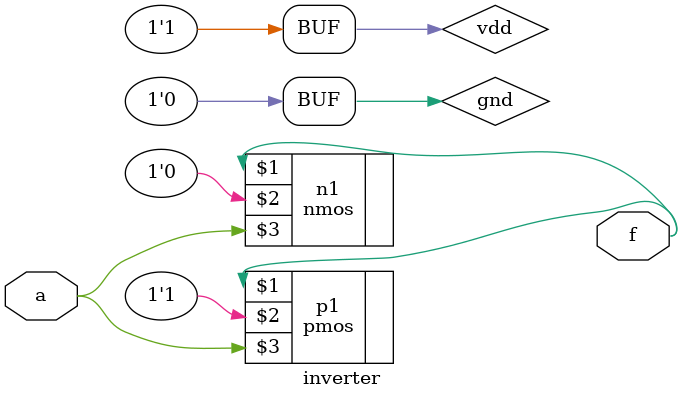
<source format=v>
module inverter (a,f);
    input a;
    output f;
    supply1 vdd;
    supply0 gnd;
    pmos p1(f,vdd,a);
    nmos n1(f,gnd,a);
endmodule
</source>
